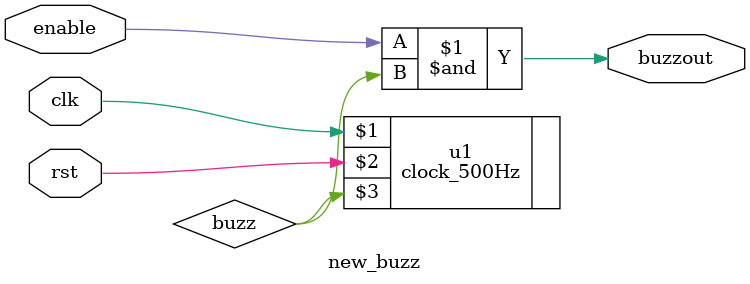
<source format=v>
`timescale 1ns / 1ps


module new_buzz(
input enable,
input rst,
input clk,
output buzzout
    );
    //reg buzzout;
    wire buzz;
    clock_500Hz u1(clk,rst,buzz);
    assign buzzout = enable&buzz;
endmodule

</source>
